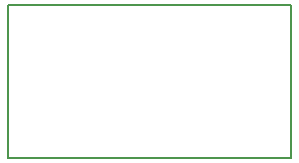
<source format=gbr>
G04 (created by PCBNEW (2013-04-21 BZR 4107)-testing) date Thursday, 06 June 2013 15:24:26*
%MOIN*%
G04 Gerber Fmt 3.4, Leading zero omitted, Abs format*
%FSLAX34Y34*%
G01*
G70*
G90*
G04 APERTURE LIST*
%ADD10C,0*%
%ADD11C,0.00590551*%
G04 APERTURE END LIST*
G54D10*
G54D11*
X55118Y-28740D02*
X64566Y-28740D01*
X64566Y-33858D02*
X55118Y-33858D01*
X64566Y-28740D02*
X64566Y-33858D01*
X55118Y-33858D02*
X55118Y-28740D01*
M02*

</source>
